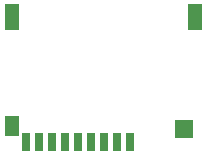
<source format=gbp>
%TF.GenerationSoftware,KiCad,Pcbnew,9.0.5*%
%TF.CreationDate,2025-11-15T07:59:09-05:00*%
%TF.ProjectId,PicoLume_v4,5069636f-4c75-46d6-955f-76342e6b6963,rev?*%
%TF.SameCoordinates,Original*%
%TF.FileFunction,Paste,Bot*%
%TF.FilePolarity,Positive*%
%FSLAX46Y46*%
G04 Gerber Fmt 4.6, Leading zero omitted, Abs format (unit mm)*
G04 Created by KiCad (PCBNEW 9.0.5) date 2025-11-15 07:59:09*
%MOMM*%
%LPD*%
G01*
G04 APERTURE LIST*
%ADD10R,0.700000X1.600000*%
%ADD11R,1.500000X1.600000*%
%ADD12R,1.200000X2.200000*%
%ADD13R,1.200000X1.800000*%
G04 APERTURE END LIST*
D10*
%TO.C,J14*%
X119600000Y-122275000D03*
X118500000Y-122275000D03*
X117400000Y-122275000D03*
X116300000Y-122275000D03*
X115200000Y-122275000D03*
X114100000Y-122275000D03*
X113000000Y-122275000D03*
X111900000Y-122275000D03*
X110800000Y-122275000D03*
D11*
X124200000Y-121225000D03*
D12*
X125100000Y-111675000D03*
X109600000Y-111675000D03*
D13*
X109600000Y-120975000D03*
%TD*%
M02*

</source>
